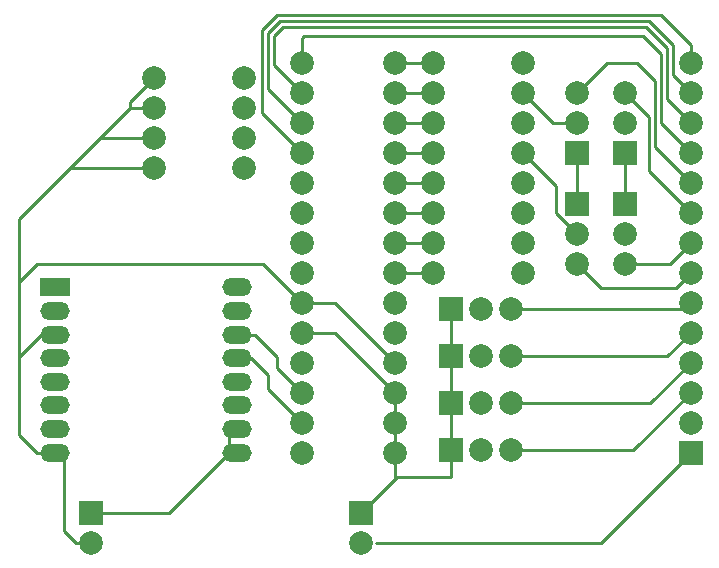
<source format=gbr>
%TF.GenerationSoftware,KiCad,Pcbnew,(5.1.6)-1*%
%TF.CreationDate,2020-12-09T17:23:27+01:00*%
%TF.ProjectId,ESP8266 w altanie,45535038-3236-4362-9077-20616c74616e,3*%
%TF.SameCoordinates,Original*%
%TF.FileFunction,Copper,L1,Top*%
%TF.FilePolarity,Positive*%
%FSLAX46Y46*%
G04 Gerber Fmt 4.6, Leading zero omitted, Abs format (unit mm)*
G04 Created by KiCad (PCBNEW (5.1.6)-1) date 2020-12-09 17:23:27*
%MOMM*%
%LPD*%
G01*
G04 APERTURE LIST*
%TA.AperFunction,ComponentPad*%
%ADD10O,2.500000X1.500000*%
%TD*%
%TA.AperFunction,ComponentPad*%
%ADD11R,2.500000X1.500000*%
%TD*%
%TA.AperFunction,ComponentPad*%
%ADD12R,2.000000X2.000000*%
%TD*%
%TA.AperFunction,ComponentPad*%
%ADD13C,2.000000*%
%TD*%
%TA.AperFunction,Conductor*%
%ADD14C,0.250000*%
%TD*%
G04 APERTURE END LIST*
D10*
%TO.P,U3,16*%
%TO.N,N/C*%
X36544000Y-45182000D03*
%TO.P,U3,15*%
X36544000Y-47182000D03*
%TO.P,U3,14*%
X36544000Y-49182000D03*
%TO.P,U3,13*%
X36544000Y-51182000D03*
%TO.P,U3,12*%
X36544000Y-53182000D03*
%TO.P,U3,11*%
X36544000Y-55182000D03*
%TO.P,U3,10*%
%TO.N,GND*%
X36544000Y-57182000D03*
%TO.P,U3,9*%
X36544000Y-59182000D03*
%TO.P,U3,8*%
%TO.N,N/C*%
X21144000Y-59182000D03*
%TO.P,U3,7*%
X21144000Y-57182000D03*
%TO.P,U3,6*%
X21144000Y-55182000D03*
%TO.P,U3,5*%
X21144000Y-53182000D03*
%TO.P,U3,4*%
X21144000Y-51182000D03*
%TO.P,U3,3*%
X21144000Y-49182000D03*
%TO.P,U3,2*%
X21144000Y-47182000D03*
D11*
%TO.P,U3,1*%
X21144000Y-45182000D03*
%TD*%
D12*
%TO.P,U2,1*%
%TO.N,GND*%
X24130000Y-64262000D03*
D13*
%TO.P,U2,3*%
%TO.N,N/C*%
X24130000Y-66802000D03*
%TO.P,U2,2*%
X46990000Y-66802000D03*
D12*
%TO.P,U2,1*%
%TO.N,GND*%
X46990000Y-64262000D03*
%TD*%
D13*
%TO.P,REF\u002A\u002A,14*%
%TO.N,N/C*%
X74930000Y-26162000D03*
%TO.P,REF\u002A\u002A,13*%
X74930000Y-28702000D03*
%TO.P,REF\u002A\u002A,12*%
X74930000Y-31242000D03*
%TO.P,REF\u002A\u002A,11*%
X74930000Y-33782000D03*
%TO.P,REF\u002A\u002A,10*%
X74930000Y-36322000D03*
%TO.P,REF\u002A\u002A,9*%
X74930000Y-38862000D03*
%TO.P,REF\u002A\u002A,8*%
X74930000Y-41402000D03*
%TO.P,REF\u002A\u002A,7*%
X74930000Y-43942000D03*
%TO.P,REF\u002A\u002A,6*%
X74930000Y-46482000D03*
%TO.P,REF\u002A\u002A,5*%
X74930000Y-49022000D03*
%TO.P,REF\u002A\u002A,4*%
X74930000Y-51562000D03*
%TO.P,REF\u002A\u002A,3*%
X74930000Y-54102000D03*
%TO.P,REF\u002A\u002A,2*%
%TO.N,GND*%
X74930000Y-56642000D03*
D12*
%TO.P,REF\u002A\u002A,1*%
%TO.N,N/C*%
X74930000Y-59182000D03*
%TD*%
D13*
%TO.P,R1,2*%
%TO.N,N/C*%
X29464000Y-27432000D03*
%TO.P,R1,1*%
X37084000Y-27432000D03*
%TD*%
%TO.P,IC1,1*%
%TO.N,N/C*%
X42005000Y-26162000D03*
%TO.P,IC1,2*%
X42005000Y-28702000D03*
%TO.P,IC1,3*%
X42005000Y-31242000D03*
%TO.P,IC1,4*%
X42005000Y-33782000D03*
%TO.P,IC1,5*%
X42005000Y-36322000D03*
%TO.P,IC1,6*%
X42005000Y-38862000D03*
%TO.P,IC1,7*%
X42005000Y-41402000D03*
%TO.P,IC1,8*%
X42005000Y-43942000D03*
%TO.P,IC1,9*%
X42005000Y-46482000D03*
%TO.P,IC1,10*%
%TO.N,GND*%
X42005000Y-49022000D03*
%TO.P,IC1,11*%
%TO.N,N/C*%
X42005000Y-51562000D03*
%TO.P,IC1,12*%
X42005000Y-54102000D03*
%TO.P,IC1,13*%
X42005000Y-56642000D03*
%TO.P,IC1,14*%
X42005000Y-59182000D03*
%TO.P,IC1,15*%
%TO.N,GND*%
X49943000Y-59182000D03*
%TO.P,IC1,16*%
X49943000Y-56642000D03*
%TO.P,IC1,17*%
X49943000Y-54102000D03*
%TO.P,IC1,18*%
%TO.N,N/C*%
X49943000Y-51562000D03*
%TO.P,IC1,19*%
X49943000Y-49022000D03*
%TO.P,IC1,20*%
X49943000Y-46482000D03*
%TO.P,IC1,21*%
X49943000Y-43942000D03*
%TO.P,IC1,22*%
X49943000Y-41402000D03*
%TO.P,IC1,23*%
X49943000Y-38862000D03*
%TO.P,IC1,24*%
X49943000Y-36322000D03*
%TO.P,IC1,25*%
X49943000Y-33782000D03*
%TO.P,IC1,26*%
X49943000Y-31242000D03*
%TO.P,IC1,27*%
X49943000Y-28702000D03*
%TO.P,IC1,28*%
X49943000Y-26162000D03*
%TD*%
%TO.P,R4,2*%
%TO.N,N/C*%
X29464000Y-35052000D03*
%TO.P,R4,1*%
X37084000Y-35052000D03*
%TD*%
%TO.P,R3,2*%
%TO.N,N/C*%
X29464000Y-32512000D03*
%TO.P,R3,1*%
X37084000Y-32512000D03*
%TD*%
%TO.P,R2,2*%
%TO.N,N/C*%
X29464000Y-29972000D03*
%TO.P,R2,1*%
X37084000Y-29972000D03*
%TD*%
%TO.P,Q1,3*%
%TO.N,N/C*%
X69342000Y-43180000D03*
%TO.P,Q1,2*%
X69342000Y-40640000D03*
D12*
%TO.P,Q1,1*%
%TO.N,GND*%
X69342000Y-38100000D03*
%TD*%
D13*
%TO.P,Q3,3*%
%TO.N,N/C*%
X69342000Y-28702000D03*
%TO.P,Q3,2*%
X69342000Y-31242000D03*
D12*
%TO.P,Q3,1*%
%TO.N,GND*%
X69342000Y-33782000D03*
%TD*%
D13*
%TO.P,Q4,3*%
%TO.N,N/C*%
X65278000Y-28702000D03*
%TO.P,Q4,2*%
X65278000Y-31242000D03*
D12*
%TO.P,Q4,1*%
%TO.N,GND*%
X65278000Y-33782000D03*
%TD*%
D13*
%TO.P,Q2,3*%
%TO.N,N/C*%
X65278000Y-43180000D03*
%TO.P,Q2,2*%
X65278000Y-40640000D03*
D12*
%TO.P,Q2,1*%
%TO.N,GND*%
X65278000Y-38100000D03*
%TD*%
D13*
%TO.P,Q5,3*%
%TO.N,N/C*%
X59690000Y-58990000D03*
%TO.P,Q5,2*%
X57150000Y-58990000D03*
D12*
%TO.P,Q5,1*%
%TO.N,GND*%
X54610000Y-58990000D03*
%TD*%
D13*
%TO.P,Q6,3*%
%TO.N,N/C*%
X59690000Y-54990000D03*
%TO.P,Q6,2*%
X57150000Y-54990000D03*
D12*
%TO.P,Q6,1*%
%TO.N,GND*%
X54610000Y-54990000D03*
%TD*%
D13*
%TO.P,Q7,3*%
%TO.N,N/C*%
X59690000Y-50990000D03*
%TO.P,Q7,2*%
X57150000Y-50990000D03*
D12*
%TO.P,Q7,1*%
%TO.N,GND*%
X54610000Y-50990000D03*
%TD*%
D13*
%TO.P,R12,2*%
%TO.N,N/C*%
X60706000Y-43942000D03*
%TO.P,R12,1*%
X53086000Y-43942000D03*
%TD*%
%TO.P,R11,2*%
%TO.N,N/C*%
X60706000Y-41402000D03*
%TO.P,R11,1*%
X53086000Y-41402000D03*
%TD*%
%TO.P,R10,2*%
%TO.N,N/C*%
X60706000Y-38862000D03*
%TO.P,R10,1*%
X53086000Y-38862000D03*
%TD*%
%TO.P,R9,2*%
%TO.N,N/C*%
X60706000Y-36322000D03*
%TO.P,R9,1*%
X53086000Y-36322000D03*
%TD*%
%TO.P,R8,2*%
%TO.N,N/C*%
X60706000Y-33782000D03*
%TO.P,R8,1*%
X53086000Y-33782000D03*
%TD*%
%TO.P,R7,2*%
%TO.N,N/C*%
X60706000Y-31242000D03*
%TO.P,R7,1*%
X53086000Y-31242000D03*
%TD*%
%TO.P,R6,2*%
%TO.N,N/C*%
X60706000Y-28702000D03*
%TO.P,R6,1*%
X53086000Y-28702000D03*
%TD*%
%TO.P,Q8,3*%
%TO.N,N/C*%
X59690000Y-46990000D03*
%TO.P,Q8,2*%
X57150000Y-46990000D03*
D12*
%TO.P,Q8,1*%
%TO.N,GND*%
X54610000Y-46990000D03*
%TD*%
D13*
%TO.P,R5,2*%
%TO.N,N/C*%
X60706000Y-26162000D03*
%TO.P,R5,1*%
X53086000Y-26162000D03*
%TD*%
D14*
%TO.N,*%
X22860000Y-66802000D02*
X24130000Y-66802000D01*
X39116000Y-53753000D02*
X42005000Y-56642000D01*
X42005000Y-46482000D02*
X38703000Y-43180000D01*
X38703000Y-43180000D02*
X19558000Y-43180000D01*
X18034000Y-44704000D02*
X18034000Y-51054000D01*
X19558000Y-43180000D02*
X18034000Y-44704000D01*
X44863000Y-46482000D02*
X49943000Y-51562000D01*
X42005000Y-46482000D02*
X44863000Y-46482000D01*
X49943000Y-43942000D02*
X53086000Y-43942000D01*
X49943000Y-41402000D02*
X53086000Y-41402000D01*
X49943000Y-38862000D02*
X53086000Y-38862000D01*
X53086000Y-36322000D02*
X49943000Y-36322000D01*
X53086000Y-33782000D02*
X49943000Y-33782000D01*
X53086000Y-31242000D02*
X49943000Y-31242000D01*
X53086000Y-28702000D02*
X49943000Y-28702000D01*
X53086000Y-26162000D02*
X49943000Y-26162000D01*
X57150000Y-46482000D02*
X57150000Y-46990000D01*
X60198000Y-43942000D02*
X60706000Y-43942000D01*
X64516000Y-31242000D02*
X65278000Y-31242000D01*
X74930000Y-59182000D02*
X67310000Y-66802000D01*
X48260000Y-66802000D02*
X67310000Y-66802000D01*
X65278000Y-43180000D02*
X67310000Y-45212000D01*
X67310000Y-45212000D02*
X71120000Y-45212000D01*
X35844000Y-51182000D02*
X37720000Y-51182000D01*
X37720000Y-51182000D02*
X39116000Y-52578000D01*
X39116000Y-52578000D02*
X39116000Y-53753000D01*
X21844000Y-65786000D02*
X22098000Y-66040000D01*
X21844000Y-59182000D02*
X21844000Y-65786000D01*
X22098000Y-66040000D02*
X22860000Y-66802000D01*
X21844000Y-59182000D02*
X19558000Y-59182000D01*
X19558000Y-59182000D02*
X18034000Y-57658000D01*
X18034000Y-57658000D02*
X18034000Y-51054000D01*
X19906000Y-49182000D02*
X18034000Y-51054000D01*
X21844000Y-49182000D02*
X19906000Y-49182000D01*
X39878000Y-51975000D02*
X42005000Y-54102000D01*
X38006000Y-49182000D02*
X39878000Y-51054000D01*
X35844000Y-49182000D02*
X38006000Y-49182000D01*
X39878000Y-51054000D02*
X39878000Y-51975000D01*
X18034000Y-44704000D02*
X18034000Y-39370000D01*
X22352000Y-35052000D02*
X29464000Y-35052000D01*
X18034000Y-39370000D02*
X22352000Y-35052000D01*
X24892000Y-32512000D02*
X22352000Y-35052000D01*
X29464000Y-32512000D02*
X24892000Y-32512000D01*
X27432000Y-29972000D02*
X24892000Y-32512000D01*
X29464000Y-29972000D02*
X27432000Y-29972000D01*
X27432000Y-29464000D02*
X27432000Y-29972000D01*
X29464000Y-27432000D02*
X27432000Y-29464000D01*
X63500000Y-38862000D02*
X65278000Y-40640000D01*
X70042000Y-58990000D02*
X74930000Y-54102000D01*
X66994000Y-58990000D02*
X70042000Y-58990000D01*
X66994000Y-58990000D02*
X67502000Y-58990000D01*
X60960000Y-58990000D02*
X66994000Y-58990000D01*
X73660000Y-45212000D02*
X74930000Y-43942000D01*
X71120000Y-45212000D02*
X73660000Y-45212000D01*
X73152000Y-43180000D02*
X74930000Y-41402000D01*
X69342000Y-43180000D02*
X73152000Y-43180000D01*
X71374000Y-35306000D02*
X71374000Y-30734000D01*
X71374000Y-30734000D02*
X69342000Y-28702000D01*
X74930000Y-38862000D02*
X71374000Y-35306000D01*
X67818000Y-26162000D02*
X65278000Y-28702000D01*
X70358000Y-26162000D02*
X67818000Y-26162000D01*
X71882000Y-27686000D02*
X70358000Y-26162000D01*
X71882000Y-33274000D02*
X71882000Y-27686000D01*
X74930000Y-36322000D02*
X71882000Y-33274000D01*
X42005000Y-33782000D02*
X38608000Y-30385000D01*
X38608000Y-30385000D02*
X38608000Y-23368000D01*
X74930000Y-24638000D02*
X74930000Y-26162000D01*
X38608000Y-23368000D02*
X39878000Y-22098000D01*
X72390000Y-22098000D02*
X74930000Y-24638000D01*
X63500000Y-36576000D02*
X60706000Y-33782000D01*
X63500000Y-38862000D02*
X63500000Y-36576000D01*
X63246000Y-31242000D02*
X60706000Y-28702000D01*
X65278000Y-31242000D02*
X63246000Y-31242000D01*
X74930000Y-46482000D02*
X74422000Y-46990000D01*
X60960000Y-46990000D02*
X59690000Y-46990000D01*
X74422000Y-46990000D02*
X60960000Y-46990000D01*
X60960000Y-50990000D02*
X59690000Y-50990000D01*
X74930000Y-49022000D02*
X72962000Y-50990000D01*
X72962000Y-50990000D02*
X60960000Y-50990000D01*
X60960000Y-54990000D02*
X59690000Y-54990000D01*
X74930000Y-51562000D02*
X71502000Y-54990000D01*
X71502000Y-54990000D02*
X60960000Y-54990000D01*
X60960000Y-58990000D02*
X59690000Y-58990000D01*
X72390000Y-31242000D02*
X74930000Y-33782000D01*
X42005000Y-26162000D02*
X42005000Y-24035000D01*
X42005000Y-24035000D02*
X42164000Y-23876000D01*
X42164000Y-23876000D02*
X70866000Y-23876000D01*
X70866000Y-23876000D02*
X72390000Y-25400000D01*
X72390000Y-25400000D02*
X72390000Y-31242000D01*
X72898000Y-29210000D02*
X74930000Y-31242000D01*
X72898000Y-24892000D02*
X72898000Y-29210000D01*
X39624000Y-26321000D02*
X39624000Y-23876000D01*
X42005000Y-28702000D02*
X39624000Y-26321000D01*
X71120000Y-23114000D02*
X72898000Y-24892000D01*
X39624000Y-23876000D02*
X40386000Y-23114000D01*
X40386000Y-23114000D02*
X71120000Y-23114000D01*
X73406000Y-27178000D02*
X74930000Y-28702000D01*
X39116000Y-28353000D02*
X39116000Y-23622000D01*
X42005000Y-31242000D02*
X39116000Y-28353000D01*
X39116000Y-23622000D02*
X40132000Y-22606000D01*
X40132000Y-22606000D02*
X71374000Y-22606000D01*
X73406000Y-24638000D02*
X73406000Y-27178000D01*
X71374000Y-22606000D02*
X73406000Y-24638000D01*
X39878000Y-22098000D02*
X41402000Y-22098000D01*
X41148000Y-22098000D02*
X41402000Y-22098000D01*
X41402000Y-22098000D02*
X72390000Y-22098000D01*
%TO.N,GND*%
X49943000Y-59182000D02*
X49943000Y-56642000D01*
X49943000Y-56642000D02*
X49943000Y-54102000D01*
X44863000Y-49022000D02*
X49943000Y-54102000D01*
X42005000Y-49022000D02*
X44863000Y-49022000D01*
X54610000Y-58990000D02*
X54610000Y-54990000D01*
X54610000Y-54990000D02*
X54610000Y-50990000D01*
X54610000Y-50990000D02*
X54610000Y-46990000D01*
X49943000Y-59182000D02*
X49943000Y-61309000D01*
X69342000Y-38100000D02*
X69342000Y-33782000D01*
X50038000Y-61214000D02*
X49530000Y-61722000D01*
X54610000Y-61214000D02*
X50038000Y-61214000D01*
X54610000Y-58990000D02*
X54610000Y-61214000D01*
X49943000Y-61309000D02*
X49530000Y-61722000D01*
X49530000Y-61722000D02*
X46990000Y-64262000D01*
X35844000Y-59182000D02*
X35814000Y-59182000D01*
X24130000Y-64262000D02*
X30734000Y-64262000D01*
X35814000Y-59182000D02*
X30734000Y-64262000D01*
X35844000Y-59182000D02*
X35844000Y-57182000D01*
X65024000Y-38100000D02*
X64516000Y-38100000D01*
X65278000Y-38100000D02*
X65278000Y-33782000D01*
%TD*%
M02*

</source>
